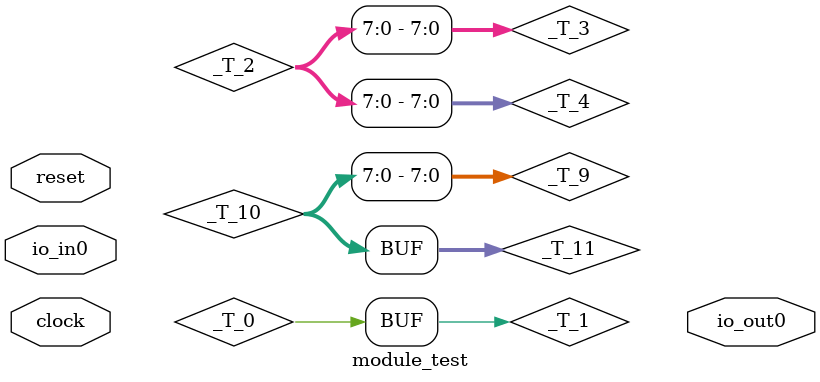
<source format=v>
module module_test(
    input  wire [7:0] io_in0, //@ main_zqh.py:89
    output wire [7:0] io_out0, //@ main_zqh.py:90
    input  wire  clock, //@ phgl_generator.py:40
    input  wire  reset  //@ phgl_generator.py:40
);
    wire [7:0] a; //@ main_zqh.py:585
    wire [7:0] b; //@ main_zqh.py:586
    reg  [7:0] c; //@ main_zqh.py:587
    reg  [7:0] d; //@ main_zqh.py:588
    wire  _T_0; //@ main_zqh.py:589
    wire  _T_1; //@ contextlib.py:17
    wire [8:0] _T_2; //@ main_zqh.py:590
    wire [7:0] _T_3; //@ main_zqh.py:590
    wire [7:0] _T_4; //@ main_zqh.py:590
    wire  _T_5; //@ main_zqh.py:591
    wire  _T_6; //@ contextlib.py:17
    wire [7:0] _T_7; //@ main_zqh.py:592
    wire [7:0] _T_8; //@ main_zqh.py:594
    wire [8:0] _T_9; //@ main_zqh.py:596
    wire [7:0] _T_10; //@ main_zqh.py:596
    wire [7:0] _T_11; //@ main_zqh.py:596
    wire [7:0] _T_12; //@ main_zqh.py:597
    assign _T_2 = (a + b); //@ main_zqh.py:590
    assign _T_4 = _T_2[7:0]; //@ main_zqh.py:590
    assign _T_3 = _T_4; //@ main_zqh.py:590
    assign _T_5 = (b == 8'h0); //@ main_zqh.py:591
    assign _T_6 = _T_5; //@ contextlib.py:17
    assign _T_7 = (a & b); //@ main_zqh.py:592
    assign _T_8 = (a | b); //@ main_zqh.py:594
    assign _T_9 = (a - b); //@ main_zqh.py:596
    assign _T_11 = _T_9[7:0]; //@ main_zqh.py:596
    assign _T_10 = _T_11; //@ main_zqh.py:596
    assign _T_12 = (a ^ b); //@ main_zqh.py:597
    assign _T_0 = (a == 8'h0); //@ main_zqh.py:589
    assign _T_1 = _T_0; //@ contextlib.py:17
    always @(*) //@ contextlib.py:17
        if (_T_1) begin
            c = _T_3; //@ main_zqh.py:590
            if (_T_6) begin
                d = _T_7; //@ main_zqh.py:592
            end
            else begin //@ contextlib.py:17
                d = _T_8; //@ main_zqh.py:594
            end
        end
        else begin //@ contextlib.py:17
            c = _T_10; //@ main_zqh.py:596
            d = _T_12; //@ main_zqh.py:597
        end
endmodule

</source>
